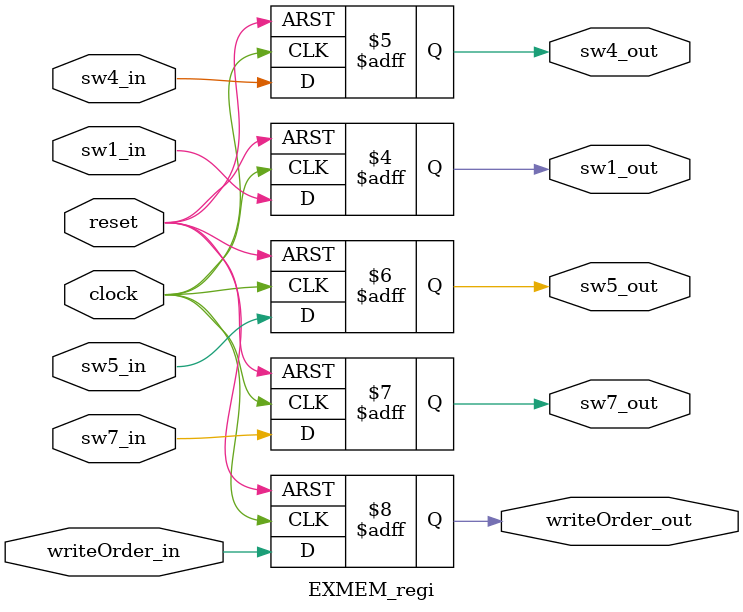
<source format=v>
module EXMEM_regi (
	input clock, 
	input reset, 
	input sw1_in, sw4_in, sw5_in, sw7_in, writeOrder_in,
	output reg sw1_out, sw4_out, sw5_out, sw7_out, writeOrder_out);
	
	always @(posedge clock or negedge reset) begin
		if (reset == 1'b0) begin
			sw1_out <= 1'b0;
			sw4_out <= 1'b0;
			sw5_out <= 1'b0;
			sw7_out <= 1'b0; 
			writeOrder_out <= 1'b0;
		end else if (clock == 1'b1) begin
			sw1_out <= sw1_in;
			sw4_out <= sw4_in;
			sw5_out <= sw5_in;
			sw7_out <= sw7_in;
			writeOrder_out <= writeOrder_in;
		end
	end
	
endmodule

</source>
